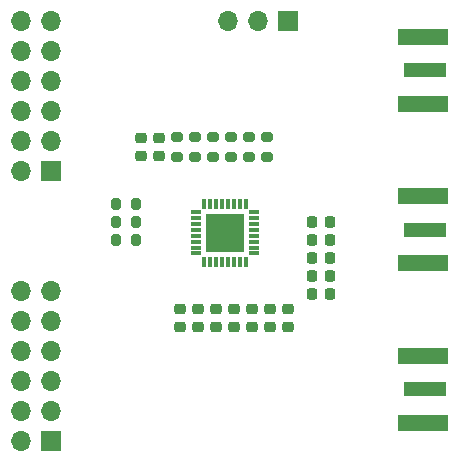
<source format=gts>
G04 #@! TF.GenerationSoftware,KiCad,Pcbnew,7.0.8*
G04 #@! TF.CreationDate,2023-12-20T18:07:40+01:00*
G04 #@! TF.ProjectId,sx1255_eval,73783132-3535-45f6-9576-616c2e6b6963,rev?*
G04 #@! TF.SameCoordinates,Original*
G04 #@! TF.FileFunction,Soldermask,Top*
G04 #@! TF.FilePolarity,Negative*
%FSLAX46Y46*%
G04 Gerber Fmt 4.6, Leading zero omitted, Abs format (unit mm)*
G04 Created by KiCad (PCBNEW 7.0.8) date 2023-12-20 18:07:40*
%MOMM*%
%LPD*%
G01*
G04 APERTURE LIST*
G04 Aperture macros list*
%AMRoundRect*
0 Rectangle with rounded corners*
0 $1 Rounding radius*
0 $2 $3 $4 $5 $6 $7 $8 $9 X,Y pos of 4 corners*
0 Add a 4 corners polygon primitive as box body*
4,1,4,$2,$3,$4,$5,$6,$7,$8,$9,$2,$3,0*
0 Add four circle primitives for the rounded corners*
1,1,$1+$1,$2,$3*
1,1,$1+$1,$4,$5*
1,1,$1+$1,$6,$7*
1,1,$1+$1,$8,$9*
0 Add four rect primitives between the rounded corners*
20,1,$1+$1,$2,$3,$4,$5,0*
20,1,$1+$1,$4,$5,$6,$7,0*
20,1,$1+$1,$6,$7,$8,$9,0*
20,1,$1+$1,$8,$9,$2,$3,0*%
G04 Aperture macros list end*
%ADD10R,0.850000X0.300000*%
%ADD11R,0.300000X0.850000*%
%ADD12R,3.200000X3.200000*%
%ADD13RoundRect,0.218750X0.256250X-0.218750X0.256250X0.218750X-0.256250X0.218750X-0.256250X-0.218750X0*%
%ADD14RoundRect,0.200000X-0.200000X-0.275000X0.200000X-0.275000X0.200000X0.275000X-0.200000X0.275000X0*%
%ADD15R,1.700000X1.700000*%
%ADD16O,1.700000X1.700000*%
%ADD17R,3.600000X1.270000*%
%ADD18R,4.200000X1.350000*%
%ADD19RoundRect,0.225000X-0.225000X-0.250000X0.225000X-0.250000X0.225000X0.250000X-0.225000X0.250000X0*%
%ADD20RoundRect,0.200000X0.275000X-0.200000X0.275000X0.200000X-0.275000X0.200000X-0.275000X-0.200000X0*%
%ADD21RoundRect,0.225000X-0.250000X0.225000X-0.250000X-0.225000X0.250000X-0.225000X0.250000X0.225000X0*%
%ADD22RoundRect,0.225000X0.250000X-0.225000X0.250000X0.225000X-0.250000X0.225000X-0.250000X-0.225000X0*%
G04 APERTURE END LIST*
D10*
X148326000Y-96000000D03*
X148326000Y-95500000D03*
X148326000Y-95000000D03*
X148326000Y-94500000D03*
X148326000Y-94000000D03*
X148326000Y-93500000D03*
X148326000Y-93000000D03*
X148326000Y-92500000D03*
D11*
X147626000Y-91800000D03*
X147126000Y-91800000D03*
X146626000Y-91800000D03*
X146126000Y-91800000D03*
X145626000Y-91800000D03*
X145126000Y-91800000D03*
X144626000Y-91800000D03*
X144126000Y-91800000D03*
D10*
X143426000Y-92500000D03*
X143426000Y-93000000D03*
X143426000Y-93500000D03*
X143426000Y-94000000D03*
X143426000Y-94500000D03*
X143426000Y-95000000D03*
X143426000Y-95500000D03*
X143426000Y-96000000D03*
D11*
X144126000Y-96700000D03*
X144626000Y-96700000D03*
X145126000Y-96700000D03*
X145626000Y-96700000D03*
X146126000Y-96700000D03*
X146626000Y-96700000D03*
X147126000Y-96700000D03*
X147626000Y-96700000D03*
D12*
X145876000Y-94250000D03*
D13*
X145114000Y-102245500D03*
X145114000Y-100670500D03*
D14*
X136669000Y-91806000D03*
X138319000Y-91806000D03*
D13*
X143590000Y-102245500D03*
X143590000Y-100670500D03*
D15*
X131144000Y-111872000D03*
D16*
X128604000Y-111872000D03*
X131144000Y-109332000D03*
X128604000Y-109332000D03*
X131144000Y-106792000D03*
X128604000Y-106792000D03*
X131144000Y-104252000D03*
X128604000Y-104252000D03*
X131144000Y-101712000D03*
X128604000Y-101712000D03*
X131144000Y-99172000D03*
X128604000Y-99172000D03*
D17*
X162852000Y-80500000D03*
D18*
X162652000Y-83325000D03*
X162652000Y-77675000D03*
D19*
X153229000Y-99426000D03*
X154779000Y-99426000D03*
D17*
X162852000Y-107500000D03*
D18*
X162652000Y-110325000D03*
X162652000Y-104675000D03*
D20*
X144860000Y-87805000D03*
X144860000Y-86155000D03*
D15*
X151210000Y-76312000D03*
D16*
X148670000Y-76312000D03*
X146130000Y-76312000D03*
D21*
X146638000Y-100683000D03*
X146638000Y-102233000D03*
X151210000Y-100683000D03*
X151210000Y-102233000D03*
D20*
X141812000Y-87805000D03*
X141812000Y-86155000D03*
D22*
X140288000Y-87755000D03*
X140288000Y-86205000D03*
D14*
X136669000Y-93330000D03*
X138319000Y-93330000D03*
D21*
X149686000Y-100683000D03*
X149686000Y-102233000D03*
D15*
X131144000Y-89012000D03*
D16*
X128604000Y-89012000D03*
X131144000Y-86472000D03*
X128604000Y-86472000D03*
X131144000Y-83932000D03*
X128604000Y-83932000D03*
X131144000Y-81392000D03*
X128604000Y-81392000D03*
X131144000Y-78852000D03*
X128604000Y-78852000D03*
X131144000Y-76312000D03*
X128604000Y-76312000D03*
D20*
X147908000Y-87805000D03*
X147908000Y-86155000D03*
X149432000Y-87805000D03*
X149432000Y-86155000D03*
D21*
X148162000Y-100683000D03*
X148162000Y-102233000D03*
D19*
X153229000Y-94854000D03*
X154779000Y-94854000D03*
X153229000Y-96378000D03*
X154779000Y-96378000D03*
D21*
X142066000Y-100683000D03*
X142066000Y-102233000D03*
D19*
X153229000Y-97902000D03*
X154779000Y-97902000D03*
D20*
X146384000Y-87805000D03*
X146384000Y-86155000D03*
D14*
X136669000Y-94854000D03*
X138319000Y-94854000D03*
D22*
X138764000Y-87755000D03*
X138764000Y-86205000D03*
D20*
X143336000Y-87805000D03*
X143336000Y-86155000D03*
D19*
X153229000Y-93330000D03*
X154779000Y-93330000D03*
D17*
X162852000Y-94000000D03*
D18*
X162652000Y-96825000D03*
X162652000Y-91175000D03*
M02*

</source>
